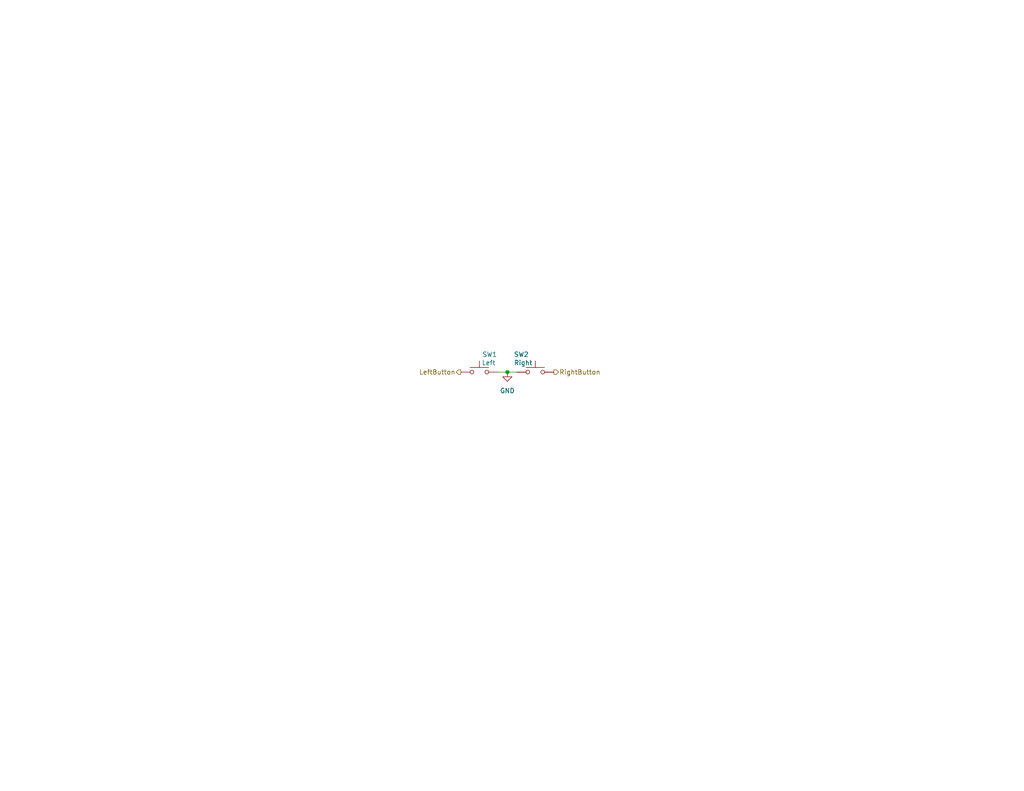
<source format=kicad_sch>
(kicad_sch (version 20250114) (generator "eeschema") (generator_version "9.0")
  (paper "USLetter")
  (title_block (title "Left and Right Buttons") (date "2025-01-28") (rev "1.0.0") (company "WWU") (comment 1 "Nathan Snarr"))
  (lib_symbols
    (symbol "Switch:SW_Push" (pin_numbers (hide yes)) (pin_names (offset 1.016) (hide yes))
      (property "Reference" "SW" (at 1.27 2.54 0))
      (property "Value" "SW_Push" (at 0 -1.524 0))
      (symbol "SW_Push_0_1"
        (circle (center -2.032 0) (radius 0.508))
        (polyline (pts (xy 0 1.27) (xy 0 3.048)))
        (circle (center 2.032 0) (radius 0.508))
        (polyline (pts (xy 2.54 1.27) (xy -2.54 1.27)))
        (pin passive line (at -5.08 0 0) (length 2.54) (name "1") (number "1"))
        (pin passive line (at 5.08 0 180) (length 2.54) (name "2") (number "2"))
      )
    )
    (symbol "power:GND" (power) (pin_numbers (hide yes)) (pin_names (offset 0) (hide yes))
      (property "Value" "GND" (at 0 -3.81 0))
      (symbol "GND_0_1"
        (polyline (pts (xy 0 0) (xy 0 -1.27) (xy 1.27 -1.27) (xy 0 -2.54) (xy -1.27 -1.27) (xy 0 -1.27)))
      )
      (symbol "GND_1_1"
        (pin power_in line (at 0 0 270) (length 0) (name "~") (number "1"))
      )
    )
  )
  (junction (at 138.43 101.6))
  (wire (pts (xy 138.43 101.6) (xy 140.97 101.6)))
  (wire (pts (xy 135.89 101.6) (xy 138.43 101.6)))
  (hierarchical_label "LeftButton" (shape output) (at 125.73 101.6 180))
  (hierarchical_label "RightButton" (shape output) (at 151.13 101.6 0))
  (symbol (lib_id "Switch:SW_Push") (at 130.81 101.6 0) (unit 1)
    (property "Reference" "SW1" (at 133.604 96.774 0))
    (property "Value" "Left" (at 133.35 99.06 0))
    (property "Footprint" "PCM_JLCPCB:SW-SMD_4P-L5.1-W5.1-P3.70-LS6.5-TL-2" (effects (hide yes)))
    (property "Datasheet" "https://jlcpcb.com/api/file/downloadByFileSystemAccessId/8550724022091735041" (effects (hide yes)))
    (property "Description" "Push button switch, generic, two pins" (effects (hide yes)))
    (property "LCSC" "C318884" (effects (hide yes)))
  )
  (symbol (lib_id "Switch:SW_Push") (at 146.05 101.6 0) (unit 1)
    (property "Reference" "SW2" (at 142.24 96.774 0))
    (property "Value" "Right" (at 142.748 99.06 0))
    (property "Footprint" "PCM_JLCPCB:SW-SMD_4P-L5.1-W5.1-P3.70-LS6.5-TL-2" (effects (hide yes)))
    (property "Datasheet" "https://jlcpcb.com/api/file/downloadByFileSystemAccessId/8550724022091735041" (effects (hide yes)))
    (property "Description" "Push button switch, generic, two pins" (effects (hide yes)))
    (property "LCSC" "C318884" (effects (hide yes)))
  )
  (symbol (lib_id "power:GND") (at 138.43 101.6 0) (unit 1)
    (property "Reference" "#PWR0104" (effects (hide yes)))
    (property "Value" "GND" (at 138.43 106.68 0))
    (property "Description" "Power symbol creates a global label with name \"GND\" , ground" (effects (hide yes)))
  )
)
</source>
